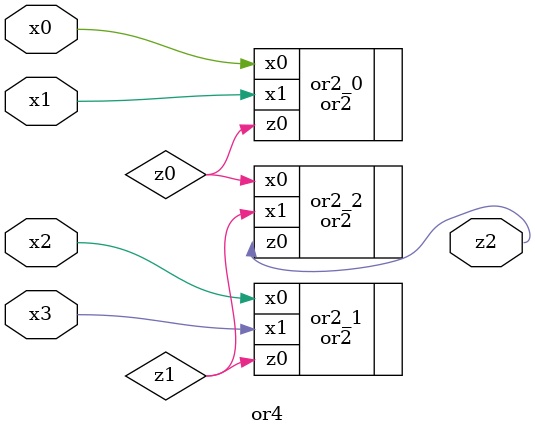
<source format=v>

`include "../or2/or2.v"

module or4 (x0, x1, x2, x3, z2);

// inputs and output
input x0, x1, x2, x3;
output z2;

// define signals
wire x0, x1, x2, x3;
wire z0, z1, z2;

// OR2 Module 1
or2 or2_0(.x0(x0), .x1(x1), .z0(z0));

// OR2 Module 2
or2 or2_1(.x0(x2), .x1(x3), .z0(z1));

// OR2 Module 3
or2 or2_2(.x0(z0), .x1(z1), .z0(z2));

endmodule
</source>
